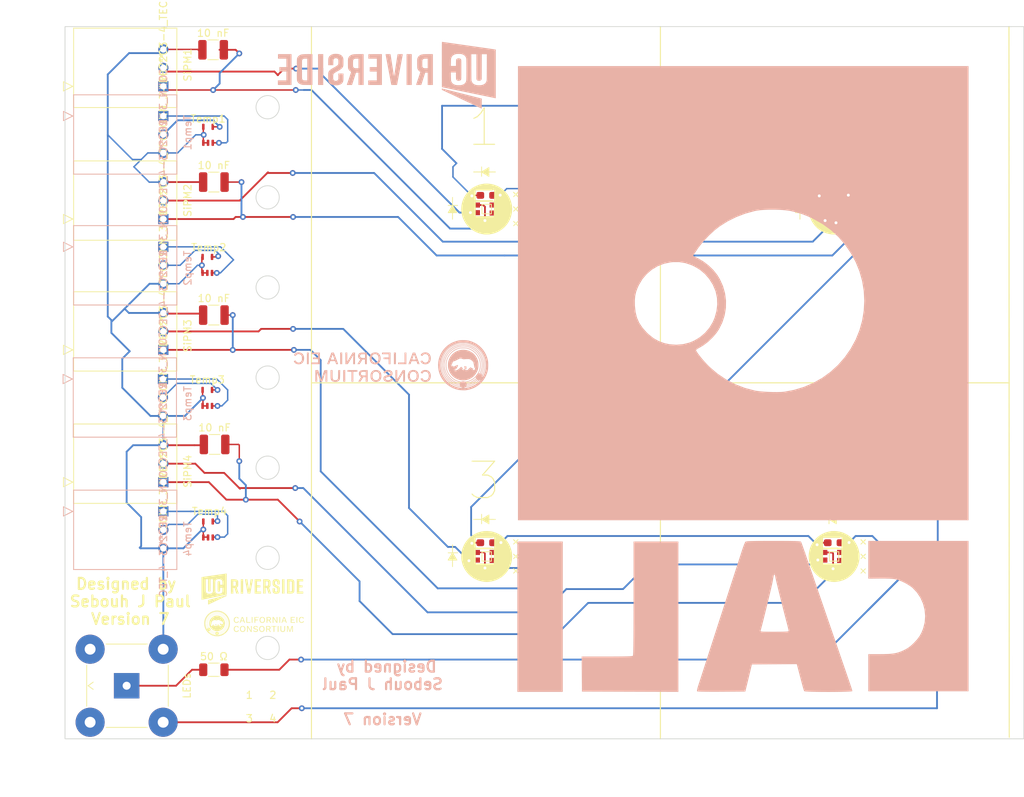
<source format=kicad_pcb>
(kicad_pcb (version 20211014) (generator pcbnew)
  (layers (0 "F.Cu" signal) (31 "B.Cu" signal) (34 "B.Paste" user) (35 "F.Paste" user) (36 "B.SilkS" user "B.Silkscreen") (37 "F.SilkS" user "F.Silkscreen") (38 "B.Mask" user) (39 "F.Mask" user) (44 "Edge.Cuts" user))
  (net 0 "")
  (footprint "Sensor:LM94021QBIMG-NOPB" (layer "F.Cu") (at 65.4 47.8)
    (fp_text reference "Temp1" (at 0 -2.2 unlocked) (layer "F.SilkS"))
    (fp_text value "LM94021QBIMG-NOPB")
    (pad "1" smd roundrect (at -0.65 1.1) (size 0.35 0.85) (layers "F.Cu" "F.Paste" "F.Mask"))
    (pad "2" smd roundrect (at 0 1.1) (size 0.35 0.85) (layers "F.Cu" "F.Paste" "F.Mask"))
    (pad "3" smd roundrect (at 0.65 1.1) (size 0.35 0.85) (layers "F.Cu" "F.Paste" "F.Mask"))
    (pad "4" smd roundrect (at 0.65 -1.1) (size 0.35 0.85) (layers "F.Cu" "F.Paste" "F.Mask"))
    (pad "5" smd roundrect (at -0.65 -1.1) (size 0.35 0.85) (layers "F.Cu" "F.Paste" "F.Mask"))
  )
  (footprint "Capacitor_SMD:C_1210_3225Metric" (layer "F.Cu") (at 66.1 36.1)
    (fp_text reference "10 nF" (at 0 -2.3) (layer "F.SilkS"))
    (fp_text value "C_1210_3225Metric")
    (pad "1" smd roundrect (at -1.475 0) (size 1.15 2.7) (layers "F.Cu" "F.Paste" "F.Mask") (roundrect_rratio 0.2173913043))
    (pad "2" smd roundrect (at 1.475 0) (size 1.15 2.7) (layers "F.Cu" "F.Paste" "F.Mask") (roundrect_rratio 0.2173913043))
  )
  (footprint "SiPM:S14160-1315PS_dimple_silkscreen_with_LED_copy" (layer "F.Cu") (at 151.54 105.81)
    (fp_text reference "REF**" hide)
    (fp_text value "S14160-3015PS")
    (pad "1" smd rect (at 0.7525 -0.55) (size 0.7 0.7) (layers "F.Cu" "F.Paste" "F.Mask"))
    (pad "1" smd roundrect (at -0.875 -1.885) (size 1.05 0.95) (layers "F.Cu" "F.Paste" "F.Mask"))
    (pad "2" smd roundrect (at 0.875 -1.885) (size 1.05 0.95) (layers "F.Cu" "F.Paste" "F.Mask"))
    (pad "2" smd rect (at -1.2725 -0.55) (size 0.7 0.7) (layers "F.Cu" "F.Paste" "F.Mask"))
    (pad "3" smd rect (at -1.2725 0.5) (size 0.7 0.7) (layers "F.Cu" "F.Paste" "F.Mask"))
    (pad "4" smd rect (at 0.7525 0.55) (size 0.7 0.7) (layers "F.Cu" "F.Paste" "F.Mask"))
  )
  (footprint "Sensor:LM94021QBIMG-NOPB" (layer "F.Cu") (at 65.3 65.7)
    (fp_text reference "Temp2" (at 0.2 -2.4 unlocked) (layer "F.SilkS"))
    (fp_text value "LM94021QBIMG-NOPB")
    (pad "1" smd roundrect (at -0.65 1.1) (size 0.35 0.85) (layers "F.Cu" "F.Paste" "F.Mask"))
    (pad "2" smd roundrect (at 0 1.1) (size 0.35 0.85) (layers "F.Cu" "F.Paste" "F.Mask"))
    (pad "3" smd roundrect (at 0.65 1.1) (size 0.35 0.85) (layers "F.Cu" "F.Paste" "F.Mask"))
    (pad "4" smd roundrect (at 0.65 -1.1) (size 0.35 0.85) (layers "F.Cu" "F.Paste" "F.Mask"))
    (pad "5" smd roundrect (at -0.65 -1.1) (size 0.35 0.85) (layers "F.Cu" "F.Paste" "F.Mask"))
  )
  (footprint "Resistor_SMD:R_1206_3216Metric" (layer "F.Cu") (at 66.2 121.4)
    (fp_text reference "50 Ω" (at 0 -1.82) (layer "F.SilkS"))
    (fp_text value "R_1206_3216Metric")
    (pad "1" smd roundrect (at -1.4625 0) (size 1.125 1.75) (layers "F.Cu" "F.Paste" "F.Mask") (roundrect_rratio 0.2222222222))
    (pad "2" smd roundrect (at 1.4625 0) (size 1.125 1.75) (layers "F.Cu" "F.Paste" "F.Mask") (roundrect_rratio 0.2222222222))
  )
  (footprint "SiPM:S14160-1315PS_dimple_silkscreen_with_LED_copy" (layer "F.Cu") (at 103.74 105.81)
    (fp_text reference "REF**" hide)
    (fp_text value "S14160-3015PS")
    (pad "1" smd rect (at 0.7525 -0.55) (size 0.7 0.7) (layers "F.Cu" "F.Paste" "F.Mask"))
    (pad "1" smd roundrect (at -0.875 -1.885) (size 1.05 0.95) (layers "F.Cu" "F.Paste" "F.Mask"))
    (pad "2" smd rect (at -1.2725 -0.55) (size 0.7 0.7) (layers "F.Cu" "F.Paste" "F.Mask"))
    (pad "2" smd roundrect (at 0.875 -1.885) (size 1.05 0.95) (layers "F.Cu" "F.Paste" "F.Mask"))
    (pad "3" smd rect (at -1.2725 0.5) (size 0.7 0.7) (layers "F.Cu" "F.Paste" "F.Mask"))
    (pad "4" smd rect (at 0.7525 0.55) (size 0.7 0.7) (layers "F.Cu" "F.Paste" "F.Mask"))
  )
  (footprint "Capacitor_SMD:C_1210_3225Metric" (layer "F.Cu") (at 66.3 90.4)
    (fp_text reference "10 nF" (at 0 -2.3) (layer "F.SilkS"))
    (fp_text value "C_1210_3225Metric")
    (pad "1" smd roundrect (at -1.475 0) (size 1.15 2.7) (layers "F.Cu" "F.Paste" "F.Mask") (roundrect_rratio 0.2173913043))
    (pad "2" smd roundrect (at 1.475 0) (size 1.15 2.7) (layers "F.Cu" "F.Paste" "F.Mask") (roundrect_rratio 0.2173913043))
  )
  (footprint "Sensor:LM94021QBIMG-NOPB" (layer "F.Cu") (at 65.3 84)
    (fp_text reference "Temp3" (at 0 -2.5 unlocked) (layer "F.SilkS"))
    (fp_text value "LM94021QBIMG-NOPB")
    (pad "1" smd roundrect (at -0.65 1.1) (size 0.35 0.85) (layers "F.Cu" "F.Paste" "F.Mask"))
    (pad "2" smd roundrect (at 0 1.1) (size 0.35 0.85) (layers "F.Cu" "F.Paste" "F.Mask"))
    (pad "3" smd roundrect (at 0.65 1.1) (size 0.35 0.85) (layers "F.Cu" "F.Paste" "F.Mask"))
    (pad "4" smd roundrect (at 0.65 -1.1) (size 0.35 0.85) (layers "F.Cu" "F.Paste" "F.Mask"))
    (pad "5" smd roundrect (at -0.65 -1.1) (size 0.35 0.85) (layers "F.Cu" "F.Paste" "F.Mask"))
  )
  (footprint "AMPMODU:3-102203-4" (layer "F.Cu") (at 59.2501 41.1275 90)
    (fp_text reference "REF**" (at 2.54 0 90) (layer "F.SilkS"))
    (fp_text value "CONN_3-102203-4_TEC" (at 2.54 0 90) (layer "F.SilkS"))
    (fp_text user "*" (at 0 0 90) (layer "F.SilkS"))
    (pad "1" thru_hole rect locked (at 0 0 90) (size 1.397 1.397) (drill 0.889) (layers *.Cu *.Mask))
    (pad "2" thru_hole circle locked (at 2.54 0 90) (size 1.397 1.397) (drill 0.889) (layers *.Cu *.Mask))
    (pad "3" thru_hole circle locked (at 5.08 0 90) (size 1.397 1.397) (drill 0.889) (layers *.Cu *.Mask))
  )
  (footprint "Connector_Coaxial:BNC_TEConnectivity_1478035_Horizontal" (layer "F.Cu") (at 54.2 123.6 90)
    (fp_text reference "LEDs" (at 0 8.3 90) (layer "F.SilkS"))
    (fp_text value "BNC_TEConnectivity_1478035_Horizontal")
    (pad "1" thru_hole rect (at 0 0 90) (size 3.5 3.5) (drill 1.1) (layers *.Cu *.Mask))
    (pad "2" thru_hole circle (at -5.025 5.025 90) (size 4 4) (drill 1.5) (layers *.Cu *.Mask))
    (pad "2" thru_hole circle (at 5.025 5.025 90) (size 4 4) (drill 1.5) (layers *.Cu *.Mask))
    (pad "2" thru_hole circle (at -5.025 -5.025 90) (size 4 4) (drill 1.5) (layers *.Cu *.Mask))
    (pad "2" thru_hole circle (at 5.025 -5.025 90) (size 4 4) (drill 1.5) (layers *.Cu *.Mask))
  )
  (footprint "Capacitor_SMD:C_1210_3225Metric" (layer "F.Cu") (at 66.2 72.6)
    (fp_text reference "10 nF" (at 0 -2.3) (layer "F.SilkS"))
    (fp_text value "C_1210_3225Metric")
    (pad "1" smd roundrect (at -1.475 0) (size 1.15 2.7) (layers "F.Cu" "F.Paste" "F.Mask") (roundrect_rratio 0.2173913043))
    (pad "2" smd roundrect (at 1.475 0) (size 1.15 2.7) (layers "F.Cu" "F.Paste" "F.Mask") (roundrect_rratio 0.2173913043))
  )
  (footprint "Sensor:LM94021QBIMG-NOPB" (layer "F.Cu") (at 65.4 102.1)
    (fp_text reference "Temp4" (at 0.2 -2.5 unlocked) (layer "F.SilkS"))
    (fp_text value "LM94021QBIMG-NOPB")
    (pad "1" smd roundrect (at -0.65 1.1) (size 0.35 0.85) (layers "F.Cu" "F.Paste" "F.Mask"))
    (pad "2" smd roundrect (at 0 1.1) (size 0.35 0.85) (layers "F.Cu" "F.Paste" "F.Mask"))
    (pad "3" smd roundrect (at 0.65 1.1) (size 0.35 0.85) (layers "F.Cu" "F.Paste" "F.Mask"))
    (pad "4" smd roundrect (at 0.65 -1.1) (size 0.35 0.85) (layers "F.Cu" "F.Paste" "F.Mask"))
    (pad "5" smd roundrect (at -0.65 -1.1) (size 0.35 0.85) (layers "F.Cu" "F.Paste" "F.Mask"))
  )
  (footprint "Capacitor_SMD:C_1210_3225Metric" (layer "F.Cu") (at 66.2 54.3)
    (fp_text reference "10 nF" (at 0 -2.3) (layer "F.SilkS"))
    (fp_text value "C_1210_3225Metric")
    (pad "1" smd roundrect (at -1.475 0) (size 1.15 2.7) (layers "F.Cu" "F.Paste" "F.Mask") (roundrect_rratio 0.2173913043))
    (pad "2" smd roundrect (at 1.475 0) (size 1.15 2.7) (layers "F.Cu" "F.Paste" "F.Mask") (roundrect_rratio 0.2173913043))
  )
  (footprint "AMPMODU:3-102203-4" (layer "F.Cu") (at 59.2501 95.5875 90)
    (fp_text reference "REF**" (at 2.54 0 90) (layer "F.SilkS"))
    (fp_text value "CONN_3-102203-4_TEC" (at 2.54 0 90) (layer "F.SilkS"))
    (fp_text user "*" (at 0 0 90) (layer "F.SilkS"))
    (pad "1" thru_hole rect locked (at 0 0 90) (size 1.397 1.397) (drill 0.889) (layers *.Cu *.Mask))
    (pad "2" thru_hole circle locked (at 2.54 0 90) (size 1.397 1.397) (drill 0.889) (layers *.Cu *.Mask))
    (pad "3" thru_hole circle locked (at 5.08 0 90) (size 1.397 1.397) (drill 0.889) (layers *.Cu *.Mask))
  )
  (footprint "SiPM:S14160-1315PS_dimple_silkscreen_with_LED_copy" (layer "F.Cu") (at 151.54 58.01)
    (fp_text reference "REF**" hide)
    (fp_text value "S14160-3015PS")
    (pad "1" smd rect (at 0.7525 -0.55) (size 0.7 0.7) (layers "F.Cu" "F.Paste" "F.Mask"))
    (pad "1" smd roundrect (at -0.875 -1.885) (size 1.05 0.95) (layers "F.Cu" "F.Paste" "F.Mask"))
    (pad "2" smd rect (at -1.2725 -0.55) (size 0.7 0.7) (layers "F.Cu" "F.Paste" "F.Mask"))
    (pad "2" smd roundrect (at 0.875 -1.885) (size 1.05 0.95) (layers "F.Cu" "F.Paste" "F.Mask"))
    (pad "3" smd rect (at -1.2725 0.5) (size 0.7 0.7) (layers "F.Cu" "F.Paste" "F.Mask"))
    (pad "4" smd rect (at 0.7525 0.55) (size 0.7 0.7) (layers "F.Cu" "F.Paste" "F.Mask"))
  )
  (footprint "Symbol:UCR_logo_1.4cm" (layer "F.Cu") (at 71.5 110.3)
    (fp_text reference "G***" hide)
    (fp_text value "LOGO" hide)
  )
  (footprint "Symbol:Consortium_logo_1pt4cm" (layer "F.Cu") (at 71.7 115.1)
    (fp_text reference "G***" hide)
    (fp_text value "LOGO" hide)
  )
  (footprint "AMPMODU:3-102203-4" (layer "F.Cu") (at 59.2501 77.3875 90)
    (fp_text reference "REF**" (at 2.54 0 90) (layer "F.SilkS"))
    (fp_text value "CONN_3-102203-4_TEC" (at 2.54 0 90) (layer "F.SilkS"))
    (fp_text user "*" (at 0 0 90) (layer "F.SilkS"))
    (pad "1" thru_hole rect locked (at 0 0 90) (size 1.397 1.397) (drill 0.889) (layers *.Cu *.Mask))
    (pad "2" thru_hole circle locked (at 2.54 0 90) (size 1.397 1.397) (drill 0.889) (layers *.Cu *.Mask))
    (pad "3" thru_hole circle locked (at 5.08 0 90) (size 1.397 1.397) (drill 0.889) (layers *.Cu *.Mask))
  )
  (footprint "AMPMODU:3-102203-4" (layer "F.Cu") (at 59.2501 59.3875 90)
    (fp_text reference "REF**" (at 2.54 0 90) (layer "F.SilkS"))
    (fp_text value "CONN_3-102203-4_TEC" (at 2.54 0 90) (layer "F.SilkS"))
    (fp_text user "*" (at 0 0 90) (layer "F.SilkS"))
    (pad "1" thru_hole rect locked (at 0 0 90) (size 1.397 1.397) (drill 0.889) (layers *.Cu *.Mask))
    (pad "2" thru_hole circle locked (at 2.54 0 90) (size 1.397 1.397) (drill 0.889) (layers *.Cu *.Mask))
    (pad "3" thru_hole circle locked (at 5.08 0 90) (size 1.397 1.397) (drill 0.889) (layers *.Cu *.Mask))
  )
  (footprint "SiPM:S14160-1315PS_dimple_silkscreen_with_LED_copy" (layer "F.Cu") (at 103.74 58.01)
    (fp_text reference "REF**" hide)
    (fp_text value "S14160-3015PS")
    (pad "1" smd roundrect (at -0.875 -1.885) (size 1.05 0.95) (layers "F.Cu" "F.Paste" "F.Mask"))
    (pad "1" smd rect (at 0.7525 -0.55) (size 0.7 0.7) (layers "F.Cu" "F.Paste" "F.Mask"))
    (pad "2" smd rect (at -1.2725 -0.55) (size 0.7 0.7) (layers "F.Cu" "F.Paste" "F.Mask"))
    (pad "2" smd roundrect (at 0.875 -1.885) (size 1.05 0.95) (layers "F.Cu" "F.Paste" "F.Mask"))
    (pad "3" smd rect (at -1.2725 0.5) (size 0.7 0.7) (layers "F.Cu" "F.Paste" "F.Mask"))
    (pad "4" smd rect (at 0.7525 0.55) (size 0.7 0.7) (layers "F.Cu" "F.Paste" "F.Mask"))
  )
  (footprint "Symbol:CALI_logo_7pt5cm" (layer "B.Cu") (at 138.715975 82.24706 180)
    (fp_text reference "G***" hide)
    (fp_text value "LOGO" hide)
  )
  (footprint "AMPMODU:3-102203-4" (layer "B.Cu") (at 59.2501 99.6125 -90)
    (fp_text reference "REF**" (at 2.54 0 90) (layer "B.SilkS") (effects (justify mirror)))
    (fp_text value "CONN_3-102203-4_TEC" (at 2.54 0 90) (layer "B.SilkS") (effects (justify mirror)))
    (fp_text user "*" (at 0 0 90) (layer "B.SilkS") (effects (justify mirror)))
    (pad "1" thru_hole rect locked (at 0 0 270) (size 1.397 1.397) (drill 0.889) (layers *.Cu *.Mask))
    (pad "2" thru_hole circle locked (at 2.54 0 270) (size 1.397 1.397) (drill 0.889) (layers *.Cu *.Mask))
    (pad "3" thru_hole circle locked (at 5.08 0 270) (size 1.397 1.397) (drill 0.889) (layers *.Cu *.Mask))
  )
  (footprint "Symbol:consortium_logo_3cm" (layer "B.Cu") (at 90.9 79.426467 180)
    (fp_text reference "G***" hide)
    (fp_text value "LOGO" hide)
  )
  (footprint "AMPMODU:3-102203-4" (layer "B.Cu") (at 59.2501 63.2125 -90)
    (fp_text reference "REF**" (at 2.54 0 90) (layer "B.SilkS") (effects (justify mirror)))
    (fp_text value "CONN_3-102203-4_TEC" (at 2.54 0 90) (layer "B.SilkS") (effects (justify mirror)))
    (fp_text user "*" (at 0 0 90) (layer "B.SilkS") (effects (justify mirror)))
    (pad "1" thru_hole rect locked (at 0 0 270) (size 1.397 1.397) (drill 0.889) (layers *.Cu *.Mask))
    (pad "2" thru_hole circle locked (at 2.54 0 270) (size 1.397 1.397) (drill 0.889) (layers *.Cu *.Mask))
    (pad "3" thru_hole circle locked (at 5.08 0 270) (size 1.397 1.397) (drill 0.889) (layers *.Cu *.Mask))
  )
  (footprint "AMPMODU:3-102203-4" (layer "B.Cu") (at 59.2 81.4 -90)
    (fp_text reference "REF**" (at 2.54 0 90) (layer "B.SilkS") (effects (justify mirror)))
    (fp_text value "CONN_3-102203-4_TEC" (at 2.54 0 90) (layer "B.SilkS") (effects (justify mirror)))
    (fp_text user "*" (at 0 0 90) (layer "B.SilkS") (effects (justify mirror)))
    (pad "1" thru_hole rect locked (at 0 0 270) (size 1.397 1.397) (drill 0.889) (layers *.Cu *.Mask))
    (pad "2" thru_hole circle locked (at 2.54 0 270) (size 1.397 1.397) (drill 0.889) (layers *.Cu *.Mask))
    (pad "3" thru_hole circle locked (at 5.08 0 270) (size 1.397 1.397) (drill 0.889) (layers *.Cu *.Mask))
  )
  (footprint "Symbol:UCR_Logo_3cm" (layer "B.Cu") (at 90 39.6 180)
    (fp_text reference "G***" hide)
    (fp_text value "LOGO" hide)
  )
  (footprint "AMPMODU:3-102203-4" (layer "B.Cu") (at 59.2501 45.2125 -90)
    (fp_text reference "REF**" (at 2.54 0 90) (layer "B.SilkS") (effects (justify mirror)))
    (fp_text value "CONN_3-102203-4_TEC" (at 2.54 0 90) (layer "B.SilkS") (effects (justify mirror)))
    (fp_text user "*" (at 0 0 90) (layer "B.SilkS") (effects (justify mirror)))
    (pad "1" thru_hole rect locked (at 0 0 270) (size 1.397 1.397) (drill 0.889) (layers *.Cu *.Mask))
    (pad "2" thru_hole circle locked (at 2.54 0 270) (size 1.397 1.397) (drill 0.889) (layers *.Cu *.Mask))
    (pad "3" thru_hole circle locked (at 5.08 0 270) (size 1.397 1.397) (drill 0.889) (layers *.Cu *.Mask))
  )
  (gr_line (start 79.63 32.92) (end 79.63 130.91) (layer "F.SilkS") (width 0.15))
  (gr_line (start 175.6 32.9) (end 175.64 130.7) (layer "F.SilkS") (width 0.15))
  (gr_line (start 79.63 81.92) (end 175.64 81.92) (layer "F.SilkS") (width 0.15))
  (gr_line (start 127.64 130.9) (end 127.64 32.91) (layer "F.SilkS") (width 0.15))
  (gr_circle (center 73.6 118.4) (end 75.2 118.4) (layer "Edge.Cuts") (width 0.1) (fill none))
  (gr_circle (center 73.6 56.4) (end 75.2 56.4) (layer "Edge.Cuts") (width 0.1) (fill none))
  (gr_rect (start 45.72 32.91) (end 177.64 130.9) (layer "Edge.Cuts") (width 0.1) (fill none))
  (gr_circle (center 73.6 68.8) (end 75.2 68.8) (layer "Edge.Cuts") (width 0.1) (fill none))
  (gr_circle (center 73.6 81.2) (end 75.2 81.2) (layer "Edge.Cuts") (width 0.1) (fill none))
  (gr_circle (center 73.6 106) (end 75.2 106) (layer "Edge.Cuts") (width 0.1) (fill none))
  (gr_circle (center 73.6 44) (end 75.2 44) (layer "Edge.Cuts") (width 0.1) (fill none))
  (gr_circle (center 73.6 93.6) (end 75.2 93.6) (layer "Edge.Cuts") (width 0.1) (fill none))
  (gr_text "Temp4" (at 62.6 103.4 90) (layer "B.SilkS") (effects (font (size 1 1)) (justify mirror)))
  (gr_text "Designed by \nSebouh J Paul\n\nVersion 7" (at 89.4 124.6) (layer "B.SilkS") (effects (font (size 1.5 1.5) (thickness 0.3)) (justify mirror)))
  (gr_text "Temp2" (at 62.6 66.142855 90) (layer "B.SilkS") (effects (font (size 1 1)) (justify mirror)))
  (gr_text "Temp1" (at 62.6 47.514285 90) (layer "B.SilkS") (effects (font (size 1 1)) (justify mirror)))
  (gr_text "Temp3" (at 62.6 84.771425 90) (layer "B.SilkS") (effects (font (size 1 1)) (justify mirror)))
  (gr_text "SiPM3" (at 62.6 75.45714 90) (layer "F.SilkS") (effects (font (size 1 1))))
  (gr_text "3" (at 103.4 95.4) (layer "F.SilkS") (effects (font (size 5 5))))
  (gr_text "4" (at 151 95.3) (layer "F.SilkS") (effects (font (size 5 5))))
  (gr_text "2" (at 151.7 46.2) (layer "F.SilkS") (effects (font (size 5 5))))
  (gr_text "1" (at 103.4 46.8) (layer "F.SilkS") (effects (font (size 5 5))))
  (gr_text "SiPM1" (at 62.6 38.2 90) (layer "F.SilkS") (effects (font (size 1 1))))
  (gr_text "Designed by \nSebouh J Paul\nVersion 7\n" (at 54.7 112) (layer "F.SilkS") (effects (font (size 1.5 1.5) (thickness 0.3))))
  (gr_text "1   2\n\n3   4" (at 72.7 126.5) (layer "F.SilkS") (effects (font (size 1 1))))
  (gr_text "SiPM2" (at 62.6 56.82857 90) (layer "F.SilkS") (effects (font (size 1 1))))
  (gr_text "SiPM4" (at 62.6 94.08571 90) (layer "F.SilkS") (effects (font (size 1 1))))
  (segment (start 63.2 121.4) (end 64.7375 121.4) (width 0.25) (layer "F.Cu") (net 0))
  (segment (start 153.5 56.1) (end 152.44 56.1) (width 0.25) (layer "F.Cu") (net 0))
  (segment (start 153.6 103.9) (end 152.44 103.9) (width 0.25) (layer "F.Cu") (net 0))
  (segment (start 69.7 96.4) (end 77.4 96.4) (width 0.25) (layer "F.Cu") (net 0))
  (segment (start 64.65 82.9) (end 64.65 83.95) (width 0.2) (layer "F.Cu") (net 0))
  (segment (start 152.44 103.9) (end 152.415 103.925) (width 0.25) (layer "F.Cu") (net 0))
  (segment (start 74.537506 39.097506) (end 75.03 39.59) (width 0.25) (layer "F.Cu") (net 0))
  (segment (start 66.05 46.7) (end 67.2 46.7) (width 0.2) (layer "F.Cu") (net 0))
  (segment (start 64.75 48.9) (end 65.4 48.9) (width 0.2) (layer "F.Cu") (net 0))
  (segment (start 151.8 59.9) (end 151.3 59.4) (width 0.2) (layer "F.Cu") (net 0))
  (segment (start 103.5 59.6) (end 103.5 57.7) (width 0.25) (layer "F.Cu") (net 0))
  (segment (start 64.7 84) (end 64.7 85.05) (width 0.2) (layer "F.Cu") (net 0))
  (segment (start 149.575 56.125) (end 150.665 56.125) (width 0.2) (layer "F.Cu") (net 0))
  (segment (start 76.6 120) (end 78.2 120) (width 0.25) (layer "F.Cu") (net 0))
  (segment (start 74.97 39.59) (end 75.87 38.69) (width 0.25) (layer "F.Cu") (net 0))
  (segment (start 150.2575 106.3) (end 150.4 106.4425) (width 0.25) (layer "F.Cu") (net 0))
  (segment (start 101.7 104) (end 101.775 103.925) (width 0.25) (layer "F.Cu") (net 0))
  (segment (start 72.7 74.5) (end 72.3525 74.8475) (width 0.25) (layer "F.Cu") (net 0))
  (segment (start 63.9725 36.0475) (end 64.525 36.6) (width 0.2) (layer "F.Cu") (net 0))
  (segment (start 54.2 123.6) (end 61 123.6) (width 0.25) (layer "F.Cu") (net 0))
  (segment (start 150.2675 57.46) (end 151.16 57.46) (width 0.2) (layer "F.Cu") (net 0))
  (segment (start 64.7 85.05) (end 64.65 85.1) (width 0.2) (layer "F.Cu") (net 0))
  (segment (start 69.7 92.7) (end 69.7 90.5) (width 0.2) (layer "F.Cu") (net 0))
  (segment (start 78 101) (end 75 98) (width 0.25) (layer "F.Cu") (net 0))
  (segment (start 151.16 57.46) (end 151.3 57.6) (width 0.2) (layer "F.Cu") (net 0))
  (segment (start 64.65 85.1) (end 65.3 85.1) (width 0.2) (layer "F.Cu") (net 0))
  (segment (start 64.6 72.4) (end 59.3426 72.4) (width 0.25) (layer "F.Cu") (net 0))
  (segment (start 65.95 82.9) (end 66.7 82.9) (width 0.2) (layer "F.Cu") (net 0))
  (segment (start 63.525 90.5075) (end 59.2501 90.5075) (width 0.25) (layer "F.Cu") (net 0))
  (segment (start 73.55 53.05) (end 73.65 52.95) (width 0.25) (layer "F.Cu") (net 0))
  (segment (start 59.2501 54.3075) (end 59.2576 54.3) (width 0.25) (layer "F.Cu") (net 0))
  (segment (start 69.2 59.1) (end 77.1 59.1) (width 0.25) (layer "F.Cu") (net 0))
  (segment (start 105.7 103.9) (end 104.64 103.9) (width 0.25) (layer "F.Cu") (net 0))
  (segment (start 64.7175 90.5075) (end 64.825 90.4) (width 0.25) (layer "F.Cu") (net 0))
  (segment (start 103.49 105.4) (end 103.49 107.39) (width 0.25) (layer "F.Cu") (net 0))
  (segment (start 69.7 96.4) (end 69.8 96.5) (width 0.25) (layer "F.Cu") (net 0))
  (segment (start 103.35 105.26) (end 102.4675 105.26) (width 0.2) (layer "F.Cu") (net 0))
  (segment (start 69.6 90.4) (end 69.7 90.5) (width 0.2) (layer "F.Cu") (net 0))
  (segment (start 65.85 64.6) (end 66.7 64.6) (width 0.2) (layer "F.Cu") (net 0))
  (segment (start 151.3 59.4) (end 151.3 57.6) (width 0.2) (layer "F.Cu") (net 0))
  (segment (start 59.3426 72.4) (end 59.2501 72.3075) (width 0.25) (layer "F.Cu") (net 0))
  (segment (start 65.5125 95.5875) (end 59.2501 95.5875) (width 0.25) (layer "F.Cu") (net 0))
  (segment (start 65.85 66.8) (end 66.6 66.8) (width 0.2) (layer "F.Cu") (net 0))
  (segment (start 66.05 100.95) (end 66.7 100.95) (width 0.2) (layer "F.Cu") (net 0))
  (segment (start 64.55 66.8) (end 65.2 66.8) (width 0.2) (layer "F.Cu") (net 0))
  (segment (start 63.525 90.5075) (end 64.7175 90.5075) (width 0.25) (layer "F.Cu") (net 0))
  (segment (start 59.2501 56.8475) (end 69.7525 56.8475) (width 0.25) (layer "F.Cu") (net 0))
  (segment (start 67.613497 94.313497) (end 69.7 96.4) (width 0.25) (layer "F.Cu") (net 0))
  (segment (start 66.05 48.9) (end 67.2 48.9) (width 0.2) (layer "F.Cu") (net 0))
  (segment (start 64.913497 94.313497) (end 67.613497 94.313497) (width 0.25) (layer "F.Cu") (net 0))
  (segment (start 75.87 38.69) (end 77.51 38.69) (width 0.25) (layer "F.Cu") (net 0))
  (segment (start 67.925 98) (end 65.5125 95.5875) (width 0.25) (layer "F.Cu") (net 0))
  (segment (start 101.5 58.5) (end 102.4575 58.5) (width 0.25) (layer "F.Cu") (net 0))
  (segment (start 151.26 105.26) (end 150.2675 105.26) (width 0.25) (layer "F.Cu") (net 0))
  (segment (start 67.675 72.6) (end 67.475 72.4) (width 0.2) (layer "F.Cu") (net 0))
  (segment (start 74.975 128.625) (end 59.225 128.625) (width 0.25) (layer "F.Cu") (net 0))
  (segment (start 69.2 36.1) (end 66.975 36.1) (width 0.25) (layer "F.Cu") (net 0))
  (segment (start 64.725 54.3) (end 64.525 54.1) (width 0.25) (layer "F.Cu") (net 0))
  (segment (start 103.49 105.4) (end 103.35 105.26) (width 0.2) (layer "F.Cu") (net 0))
  (segment (start 101.775 56.125) (end 101.7 56.2) (width 0.2) (layer "F.Cu") (net 0))
  (segment (start 64.75 101.95) (end 64.75 103) (width 0.2) (layer "F.Cu") (net 0))
  (segment (start 66.7 64.6) (end 66.8 64.5) (width 0.2) (layer "F.Cu") (net 0))
  (segment (start 63.6475 93.0475) (end 64.913497 94.313497) (width 0.25) (layer "F.Cu") (net 0))
  (segment (start 150.3 58.5425) (end 150.2675 58.51) (width 0.25) (layer "F.Cu") (net 0))
  (segment (start 59.2501 77.3875) (end 77.2125 77.3875) (width 0.25) (layer "F.Cu") (net 0))
  (segment (start 103.49 107.39) (end 103.5 107.4) (width 0.25) (layer "F.Cu") (net 0))
  (segment (start 151.4 105.4) (end 151.26 105.26) (width 0.25) (layer "F.Cu") (net 0))
  (segment (start 75.2 121.4) (end 76.6 120) (width 0.25) (layer "F.Cu") (net 0))
  (segment (start 64.75 47) (end 64.75 48.9) (width 0.2) (layer "F.Cu") (net 0))
  (segment (start 76.9 126.7) (end 74.975 128.625) (width 0.25) (layer "F.Cu") (net 0))
  (segment (start 68.8 72.6) (end 67.675 72.6) (width 0.2) (layer "F.Cu") (net 0))
  (segment (start 67.775 90.4) (end 69.6 90.4) (width 0.2) (layer "F.Cu") (net 0))
  (segment (start 59.2576 54.3) (end 64.725 54.3) (width 0.25) (layer "F.Cu") (net 0))
  (segment (start 75 98) (end 70.6 98) (width 0.25) (layer "F.Cu") (net 0))
  (segment (start 102.4575 58.5) (end 102.4675 58.51) (width 0.25) (layer "F.Cu") (net 0))
  (segment (start 149.5 56.2) (end 149.575 56.125) (width 0.2) (layer "F.Cu") (net 0))
  (segment (start 59.2701 41.63) (end 77.47 41.63) (width 0.2) (layer "F.Cu") (net 0))
  (segment (start 65.4 103.15) (end 64.75 103.15) (width 0.2) (layer "F.Cu") (net 0))
  (segment (start 104.64 56.1) (end 104.615 56.125) (width 0.2) (layer "F.Cu") (net 0))
  (segment (start 149.2 104.2) (end 149.475 103.925) (width 0.25) (layer "F.Cu") (net 0))
  (segment (start 64.55 64.6) (end 64.55 65.75) (width 0.2) (layer "F.Cu") (net 0))
  (segment (start 64.75 100.8) (end 64.75 101.95) (width 0.2) (layer "F.Cu") (net 0))
  (segment (start 104.64 103.9) (end 104.615 103.925) (width 0.25) (layer "F.Cu") (net 0))
  (segment (start 59.2501 58.8499) (end 59.7877 59.3875) (width 0.25) (layer "F.Cu") (net 0))
  (segment (start 101.39 106.31) (end 102.4675 106.31) (width 0.2) (layer "F.Cu") (net 0))
  (segment (start 151.4 107.5) (end 151.4 105.4) (width 0.25) (layer "F.Cu") (net 0))
  (segment (start 103.26 57.46) (end 102.4675 57.46) (width 0.25) (layer "F.Cu") (net 0))
  (segment (start 149.3 106.3) (end 150.2575 106.3) (width 0.25) (layer "F.Cu") (net 0))
  (segment (start 69.7 36.6) (end 69.2 36.1) (width 0.25) (layer "F.Cu") (net 0))
  (segment (start 59.2701 39.097506) (end 74.537506 39.097506) (width 0.25) (layer "F.Cu") (net 0))
  (segment (start 61 123.6) (end 63.2 121.4) (width 0.25) (layer "F.Cu") (net 0))
  (segment (start 150.3 59.6) (end 150.3 58.5425) (width 0.25) (layer "F.Cu") (net 0))
  (segment (start 149.475 103.925) (end 150.665 103.925) (width 0.25) (layer "F.Cu") (net 0))
  (segment (start 59.2501 93.0475) (end 63.6475 93.0475) (width 0.25) (layer "F.Cu") (net 0))
  (segment (start 101.775 103.925) (end 102.865 103.925) (width 0.25) (layer "F.Cu") (net 0))
  (segment (start 77.1 74.5) (end 72.7 74.5) (width 0.25) (layer "F.Cu") (net 0))
  (segment (start 152.44 56.1) (end 152.415 56.125) (width 0.25) (layer "F.Cu") (net 0))
  (segment (start 64.725 72.275) (end 64.6 72.4) (width 0.25) (layer "F.Cu") (net 0))
  (segment (start 66.05 103.15) (end 66.7 103.15) (width 0.2) (layer "F.Cu") (net 0))
  (segment (start 59.2501 36.0475) (end 63.9725 36.0475) (width 0.2) (layer "F.Cu") (net 0))
  (segment (start 101.3 106.4) (end 101.39 106.31) (width 0.2) (layer "F.Cu") (net 0))
  (segment (start 67.6625 121.4) (end 75.2 121.4) (width 0.25) (layer "F.Cu") (net 0))
  (segment (start 59.7877 59.3875) (end 68.9125 59.3875) (width 0.25) (layer "F.Cu") (net 0))
  (segment (start 64.55 65.75) (end 64.55 66.8) (width 0.2) (layer "F.Cu") (net 0))
  (segment (start 72.3525 74.8475) (end 59.2501 74.8475) (width 0.25) (layer "F.Cu") (net 0))
  (segment (start 105.6 56.1) (end 104.64 56.1) (width 0.2) (layer "F.Cu") (net 0))
  (segment (start 68.9125 59.3875) (end 69.2 59.1) (width 0.25) (layer "F.Cu") (net 0))
  (segment (start 70.6 98) (end 67.925 98) (width 0.25) (layer "F.Cu") (net 0))
  (segment (start 103.5 57.7) (end 103.26 57.46) (width 0.25) (layer "F.Cu") (net 0))
  (segment (start 73.55 53.05) (end 77.05 53.05) (width 0.25) (layer "F.Cu") (net 0))
  (segment (start 64.65 83.95) (end 64.7 84) (width 0.2) (layer "F.Cu") (net 0))
  (segment (start 70 54.3) (end 67.675 54.3) (width 0.2) (layer "F.Cu") (net 0))
  (segment (start 69.7525 56.8475) (end 73.55 53.05) (width 0.25) (layer "F.Cu") (net 0))
  (segment (start 102.865 56.125) (end 101.775 56.125) (width 0.2) (layer "F.Cu") (net 0))
  (segment (start 78.3 126.7) (end 76.9 126.7) (width 0.25) (layer "F.Cu") (net 0))
  (segment (start 65.95 85.1) (end 66.7 85.1) (width 0.2) (layer "F.Cu") (net 0))
  (via (at 70 54.3) (size 0.8) (drill 0.4) (layers "F.Cu" "B.Cu") (net 0))
  (via (at 70.2 59.1) (size 0.8) (drill 0.4) (layers "F.Cu" "B.Cu") (net 0))
  (via (at 78.3 126.7) (size 0.8) (drill 0.4) (layers "F.Cu" "B.Cu") (net 0))
  (via (at 64.55 65.75) (size 0.8) (drill 0.4) (layers "F.Cu" "B.Cu") (net 0))
  (via (at 149.3 106.3) (size 0.8) (drill 0.4) (layers "F.Cu" "B.Cu") (net 0))
  (via (at 66.9 48.9) (size 0.8) (drill 0.4) (layers "F.Cu" "B.Cu") (net 0))
  (via (at 77.4 96.4) (size 0.8) (drill 0.4) (layers "F.Cu" "B.Cu") (net 0))
  (via (at 101.7 104) (size 0.8) (drill 0.4) (layers "F.Cu" "B.Cu") (net 0))
  (via (at 101.7 56.2) (size 0.8) (drill 0.4) (layers "F.Cu" "B.Cu") (net 0))
  (via (at 66.7 100.95) (size 0.8) (drill 0.4) (layers "F.Cu" "B.Cu") (net 0))
  (via (at 66.8 64.5) (size 0.8) (drill 0.4) (layers "F.Cu" "B.Cu") (net 0))
  (via (at 77.1 59.1) (size 0.8) (drill 0.4) (layers "F.Cu" "B.Cu") (net 0))
  (via (at 78 101) (size 0.8) (drill 0.4) (layers "F.Cu" "B.Cu") (net 0))
  (via (at 101.5 58.5) (size 0.8) (drill 0.4) (layers "F.Cu" "B.Cu") (net 0))
  (via (at 151.8 59.9) (size 0.8) (drill 0.4) (layers "F.Cu" "B.Cu") (net 0))
  (via (at 66.6 66.8) (size 0.8) (drill 0.4) (layers "F.Cu" "B.Cu") (net 0))
  (via (at 66.1 41.637506) (size 0.8) (drill 0.4) (layers "F.Cu" "B.Cu") (net 0))
  (via (at 149.2 104.2) (size 0.8) (drill 0.4) (layers "F.Cu" "B.Cu") (net 0))
  (via (at 103.5 59.6) (size 0.8) (drill 0.4) (layers "F.Cu" "B.Cu") (net 0))
  (via (at 77.2125 77.3875) (size 0.8) (drill 0.4) (layers "F.Cu" "B.Cu") (net 0))
  (via (at 77.51 38.69) (size 0.8) (drill 0.4) (layers "F.Cu" "B.Cu") (net 0))
  (via (at 153.6 103.9) (size 0.8) (drill 0.4) (layers "F.Cu" "B.Cu") (net 0))
  (via (at 150.3 59.6) (size 0.8) (drill 0.4) (layers "F.Cu" "B.Cu") (net 0))
  (via (at 77.47 41.63) (size 0.8) (drill 0.4) (layers "F.Cu" "B.Cu") (net 0))
  (via (at 69.7 92.7) (size 0.8) (drill 0.4) (layers "F.Cu" "B.Cu") (net 0))
  (via (at 77.1 74.5) (size 0.8) (drill 0.4) (layers "F.Cu" "B.Cu") (net 0))
  (via (at 68.8 77.4) (size 0.8) (drill 0.4) (layers "F.Cu" "B.Cu") (net 0))
  (via (at 66.7 85.1) (size 0.8) (drill 0.4) (layers "F.Cu" "B.Cu") (net 0))
  (via (at 69.7 36.6) (size 0.8) (drill 0.4) (layers "F.Cu" "B.Cu") (net 0))
  (via (at 66.7 82.9) (size 0.8) (drill 0.4) (layers "F.Cu" "B.Cu") (net 0))
  (via (at 153.5 56.1) (size 0.8) (drill 0.4) (layers "F.Cu" "B.Cu") (net 0))
  (via (at 64.8 47.8) (size 0.8) (drill 0.4) (layers "F.Cu" "B.Cu") (net 0))
  (via (at 68.8 72.6) (size 0.8) (drill 0.4) (layers "F.Cu" "B.Cu") (net 0))
  (via (at 105.7 103.9) (size 0.8) (drill 0.4) (layers "F.Cu" "B.Cu") (net 0))
  (via (at 64.7 84) (size 0.8) (drill 0.4) (layers "F.Cu" "B.Cu") (net 0))
  (via (at 149.5 56.2) (size 0.8) (drill 0.4) (layers "F.Cu" "B.Cu") (net 0))
  (via (at 70.6 98) (size 0.8) (drill 0.4) (layers "F.Cu" "B.Cu") (net 0))
  (via (at 67 46.7) (size 0.8) (drill 0.4) (layers "F.Cu" "B.Cu") (net 0))
  (via (at 66.7 103.15) (size 0.8) (drill 0.4) (layers "F.Cu" "B.Cu") (net 0))
  (via (at 101.3 106.4) (size 0.8) (drill 0.4) (layers "F.Cu" "B.Cu") (net 0))
  (via (at 105.6 56.1) (size 0.8) (drill 0.4) (layers "F.Cu" "B.Cu") (net 0))
  (via (at 77.05 53.05) (size 0.8) (drill 0.4) (layers "F.Cu" "B.Cu") (net 0))
  (via (at 103.5 107.4) (size 0.8) (drill 0.4) (layers "F.Cu" "B.Cu") (net 0))
  (via (at 64.75 102.1) (size 0.8) (drill 0.4) (layers "F.Cu" "B.Cu") (net 0))
  (via (at 151.4 107.5) (size 0.8) (drill 0.4) (layers "F.Cu" "B.Cu") (net 0))
  (via (at 78.2 120) (size 0.8) (drill 0.4) (layers "F.Cu" "B.Cu") (net 0))
  (segment (start 150.3 60.8) (end 148.6 62.5) (width 0.25) (layer "B.Cu") (net 0))
  (segment (start 66.2 45.8) (end 61.2026 45.8) (width 0.25) (layer "B.Cu") (net 0))
  (segment (start 157 44.6) (end 165.8 53.4) (width 0.25) (layer "B.Cu") (net 0))
  (segment (start 62.22 86.48) (end 64.7 84) (width 0.25) (layer "B.Cu") (net 0))
  (segment (start 59.2 86.48) (end 57.48 86.48) (width 0.25) (layer "B.Cu") (net 0))
  (segment (start 113.4 116.5) (end 90.8 116.5) (width 0.25) (layer "B.Cu") (net 0))
  (segment (start 62.6 101.4) (end 64 100) (width 0.2) (layer "B.Cu") (net 0))
  (segment (start 59.2501 45.2125) (end 67.6125 45.2125) (width 0.2) (layer "B.Cu") (net 0))
  (segment (start 61.14 82) (end 65.8 82) (width 0.2) (layer "B.Cu") (net 0))
  (segment (start 103.5 59.6) (end 102.4 60.7) (width 0.25) (layer "B.Cu") (net 0))
  (segment (start 51.6 39.49) (end 54.532494 36.557506) (width 0.25) (layer "B.Cu") (net 0))
  (segment (start 68.8 77.4) (end 68.8 72.6) (width 0.25) (layer "B.Cu") (net 0))
  (segment (start 99.1 53.6) (end 99.1 52.2) (width 0.2) (layer "B.Cu") (net 0))
  (segment (start 112 88.6) (end 101.6 99) (width 0.25) (layer "B.Cu") (net 0))
  (segment (start 59.2501 50.2925) (end 61.2075 50.2925) (width 0.2) (layer "B.Cu") (net 0))
  (segment (start 62.9875 99.6125) (end 67.5125 99.6125) (width 0.2) (layer "B.Cu") (net 0))
  (segment (start 57.3075 54.3075) (end 59.2501 54.3075) (width 0.2) (layer "B.Cu") (net 0))
  (segment (start 59.2501 104.6925) (end 59.2501 118.5499) (width 0.25) (layer "B.Cu") (net 0))
  (segment (start 149.4 120) (end 161.2 108.2) (width 0.25) (layer "B.Cu") (net 0))
  (segment (start 111.5 113.5) (end 95.6 113.5) (width 0.25) (layer "B.Cu") (net 0))
  (segment (start 153.5 56.1) (end 155.7 56.1) (width 0.25) (layer "B.Cu") (net 0))
  (segment (start 66.2 45.9) (end 67 46.7) (width 0.25) (layer "B.Cu") (net 0))
  (segment (start 106.5 55.2) (end 105.6 56.1) (width 0.2) (layer "B.Cu") (net 0))
  (segment (start 70 54.3) (end 70 58.9) (width 0.25) (layer "B.Cu") (net 0))
  (segment (start 112.2 110.2) (end 97 110.2) (width 0.25) (layer "B.Cu") (net 0))
  (segment (start 81.11 38.69) (end 77.51 38.69) (width 0.25) (layer "B.Cu") (net 0))
  (segment (start 153.6 103.9) (end 154.5 103) (width 0.25) (layer "B.Cu") (net 0))
  (segment (start 111.6 107.4) (end 112.8 108.6) (width 0.25) (layer "B.Cu") (net 0))
  (segment (start 147.2 112.2) (end 117.7 112.2) (width 0.25) (layer "B.Cu") (net 0))
  (segment (start 96.85 64.4) (end 106.2 64.4) (width 0.25) (layer "B.Cu") (net 0))
  (segment (start 98.4 104.5) (end 99.4 104.5) (width 0.25) (layer "B.Cu") (net 0))
  (segment (start 93.05 99.15) (end 98.4 104.5) (width 0.25) (layer "B.Cu") (net 0))
  (segment (start 59.2 83.94) (end 61.14 82) (width 0.2) (layer "B.Cu") (net 0))
  (segment (start 148.6 62.5) (end 97.7 62.5) (width 0.25) (layer "B.Cu") (net 0))
  (segment (start 77.1 59.1) (end 91.55 59.1) (width 0.25) (layer "B.Cu") (net 0))
  (segment (start 56 104.6) (end 56.0925 104.6925) (width 0.25) (layer "B.Cu") (net 0))
  (segment (start 78.5 96.4) (end 77.4 96.4) (width 0.25) (layer "B.Cu") (net 0))
  (segment (start 54.5075 72.3075) (end 59.2501 72.3075) (width 0.25) (layer "B.Cu") (net 0))
  (segment (start 70.6 96) (end 70.6 98) (width 0.25) (layer "B.Cu") (net 0))
  (segment (start 51.6 72.8) (end 51.6 47.8) (width 0.25) (layer "B.Cu") (net 0))
  (segment (start 153.1 61.2) (end 153.1 62.6) (width 0.2) (layer "B.Cu") (net 0))
  (segment (start 158.8 59.8) (end 130 88.6) (width 0.25) (layer "B.Cu") (net 0))
  (segment (start 150.3 59.6) (end 150.3 60.8) (width 0.25) (layer "B.Cu") (net 0))
  (segment (start 103.5 107.4) (end 111.6 107.4) (width 0.25) (layer "B.Cu") (net 0))
  (segment (start 155.7 56.1) (end 158.8 59.2) (width 0.25) (layer "B.Cu") (net 0))
  (segment (start 93.05 83.55) (end 84 74.5) (width 0.25) (layer "B.Cu") (net 0))
  (segment (start 67.5125 99.6125) (end 68.1 100.2) (width 0.2) (layer "B.Cu") (net 0))
  (segment (start 62.0075 104.6925) (end 64.75 101.95) (width 0.25) (layer "B.Cu") (net 0))
  (segment (start 149.5 56.2) (end 148.5 55.2) (width 0.2) (layer "B.Cu") (net 0))
  (segment (start 106.2 64.4) (end 151.3 64.4) (width 0.25) (layer "B.Cu") (net 0))
  (segment (start 114.7 110.3) (end 111.5 113.5) (width 0.25) (layer "B.Cu") (net 0))
  (segment (start 52.1 73.3) (end 52.1 75.05) (width 0.25) (layer "B.Cu") (net 0))
  (segment (start 98.7 60.7) (end 79.63 41.63) (width 0.25) (layer "B.Cu") (net 0))
  (segment (start 165.7 126.7) (end 78.3 126.7) (width 0.25) (layer "B.Cu") (net 0))
  (segment (start 117.7 112.2) (end 113.4 116.5) (width 0.25) (layer "B.Cu") (net 0))
  (segment (start 61.4075 68.2925) (end 59.2501 68.2925) (width 0.2) (layer "B.Cu") (net 0))
  (segment (start 67.1125 63.2125) (end 59.2501 63.2125) (width 0.2) (layer "B.Cu") (net 0))
  (segment (start 59.2501 104.6925) (end 62.0075 104.6925) (width 0.25) (layer "B.Cu") (net 0))
  (segment (start 124.8 43.8) (end 97.6 43.8) (width 0.25) (layer "B.Cu") (net 0))
  (segment (start 67.65 103.15) (end 66.7 103.15) (width 0.2) (layer "B.Cu") (net 0))
  (segment (start 91.55 59.1) (end 96.85 64.4) (width 0.25) (layer "B.Cu") (net 0))
  (segment (start 102.4 60.7) (end 98.7 60.7) (width 0.25) (layer "B.Cu") (net 0))
  (segment (start 156.8 103) (end 161.6 107.8) (width 0.25) (layer "B.Cu") (net 0))
  (segment (start 66.8 64.1) (end 66.8 64.5) (width 0.2) (layer "B.Cu") (net 0))
  (segment (start 51.6 47.8) (end 51.6 39.49) (width 0.25) (layer "B.Cu") (net 0))
  (segment (start 101.6 99) (end 101.6 102.9) (width 0.25) (layer "B.Cu") (net 0))
  (segment (start 79.63 41.63) (end 78.57 41.63) (width 0.25) (layer "B.Cu") (net 0))
  (segment (start 158.8 59.2) (end 158.8 59.8) (width 0.25) (layer "B.Cu") (net 0))
  (segment (start 97.6 49.735) (end 99.5825 51.7175) (width 0.25) (layer "B.Cu") (net 0))
  (segment (start 165.8 115.6) (end 165.7 115.7) (width 0.25) (layer "B.Cu") (net 0))
  (segment (start 57.48 86.48) (end 53.6 82.6) (width 0.25) (layer "B.Cu") (net 0))
  (segment (start 54.7325 70.9075) (end 57.3475 68.2925) (width 0.25) (layer "B.Cu") (net 0))
  (segment (start 66.6 66.8) (end 67.1 66.8) (width 0.2) (layer "B.Cu") (net 0))
  (segment (start 66.2 45.8) (end 66.2 45.9) (width 0.25) (layer "B.Cu") (net 0))
  (segment (start 66.4 63.7) (end 66.8 64.1) (width 0.2) (layer "B.Cu") (net 0))
  (segment (start 70 58.9) (end 70.2 59.1) (width 0.25) (layer "B.Cu") (net 0))
  (segment (start 125.2 43.8) (end 124.8 43.8) (width 0.25) (layer "B.Cu") (net 0))
  (segment (start 81.11 39.61) (end 81.11 38.69) (width 0.25) (layer "B.Cu") (net 0))
  (segment (start 69.7 36.6) (end 67 39.3) (width 0.25) (layer "B.Cu") (net 0))
  (segment (start 106.6 103) (end 148 103) (width 0.25) (layer "B.Cu") (net 0))
  (segment (start 56.2 100.4) (end 56.2 104.4) (width 0.25) (layer "B.Cu") (net 0))
  (segment (start 63.6 63.7) (end 66.4 63.7) (width 0.2) (layer "B.Cu") (net 0))
  (segment (start 62.9875 99.6125) (end 63.1125 99.6125) (width 0.2) (layer "B.Cu") (net 0))
  (segment (start 151.4 108) (end 147.2 112.2) (width 0.25) (layer "B.Cu") (net 0))
  (segment (start 148 103) (end 149.2 104.2) (width 0.25) (layer "B.Cu") (net 0))
  (segment (start 148.5 55.2) (end 106.5 55.2) (width 0.2) (layer "B.Cu") (net 0))
  (segment (start 59.2501 65.7525) (end 61.5475 65.7525) (width 0.2) (layer "B.Cu") (net 0))
  (segment (start 124.8 43.8) (end 125.6 44.6) (width 0.25) (layer "B.Cu") (net 0))
  (segment (start 97.7 62.5) (end 88.25 53.05) (width 0.25) (layer "B.Cu") (net 0))
  (segment (start 54.2 91.4) (end 54.2 98.4) (width 0.25) (layer "B.Cu") (net 0))
  (segment (start 61.2075 50.2925) (end 63.7 47.8) (width 0.2) (layer "B.Cu") (net 0))
  (segment (start 90.8 116.5) (end 86.25 111.95) (width 0.25) (layer "B.Cu") (net 0))
  (segment (start 100 58.5) (end 81.11 39.61) (width 0.25) (layer "B.Cu") (net 0))
  (segment (start 66.7 85.1) (end 67.3 85.1) (width 0.2) (layer "B.Cu") (net 0))
  (segment (start 77.47 41.63) (end 78.57 41.63) (width 0.2) (layer "B.Cu") (net 0))
  (segment (start 69.7 92.7) (end 69.7 95.1) (width 0.25) (layer "B.Cu") (net 0))
  (segment (start 122.5 110.3) (end 114.7 110.3) (width 0.25) (layer "B.Cu") (net 0))
  (segment (start 64 100) (end 66.5 100) (width 0.2) (layer "B.Cu") (net 0))
  (segment (start 59.2501 99.6125) (end 62.9875 99.6125) (width 0.2) (layer "B.Cu") (net 0))
  (segment (start 56.2 51.2) (end 55.2 52.2) (width 0.2) (layer "B.Cu") (net 0))
  (segment (start 95.6 113.5) (end 78.5 96.4) (width 0.25) (layer "B.Cu") (net 0))
  (segment (start 67.3 85.1) (end 68.1 84.3) (width 0.2) (layer "B.Cu") (net 0))
  (segment (start 101.7 56.2) (end 99.1 53.6) (width 0.2) (layer "B.Cu") (net 0))
  (segment (start 112.8 109.6) (end 112.2 110.2) (width 0.25) (layer "B.Cu") (net 0))
  (segment (start 59.2501 50.2925) (end 57.1075 50.2925) (width 0.2) (layer "B.Cu") (net 0))
  (segment (start 59.2501 90.5075) (end 59.2501 86.5301) (width 0.25) (layer "B.Cu") (net 0))
  (segment (start 86.25 109.25) (end 78 101) (width 0.25) (layer "B.Cu") (net 0))
  (segment (start 151.3 64.4) (end 153.1 62.6) (width 0.25) (layer "B.Cu") (net 0))
  (segment (start 101.5 58.5) (end 100 58.5) (width 0.25) (layer "B.Cu") (net 0))
  (segment (start 130 88.6) (end 112 88.6) (width 0.25) (layer "B.Cu") (net 0))
  (segment (start 64.55 65.75) (end 63.95 65.75) (width 0.2) (layer "B.Cu") (net 0))
  (segment (start 59.2501 102.1525) (end 60.0026 101.4) (width 0.2) (layer "B.Cu") (net 0))
  (segment (start 68.1 84.3) (end 68.1 82.9) (width 0.2) (layer "B.Cu") (net 0))
  (segment (start 105.7 103.9) (end 106.6 103) (width 0.25) (layer "B.Cu") (net 0))
  (segment (start 59.2501 118.5499) (end 59.225 118.575) (width 0.25) (layer "B.Cu") (net 0))
  (segment (start 151.8 59.9) (end 153.1 61.2) (width 0.2) (layer "B.Cu") (net 0))
  (segment (start 165.8 53.4) (end 165.8 115.6) (width 0.25) (layer "B.Cu") (net 0))
  (segment (start 84 74.5) (end 77.1 74.5) (width 0.25) (layer "B.Cu") (net 0))
  (segment (start 149.3 106.3) (end 148.69 106.91) (width 0.25) (layer "B.Cu") (net 0))
  (segment (start 67.1 66.8) (end 68.9 65) (width 0.2) (layer "B.Cu") (net 0))
  (segment (start 67.9 48.9) (end 66.9 48.9) (width 0.2) (layer "B.Cu") (net 0))
  (segment (start 125.6 44.6) (end 157 44.6) (width 0.25) (layer "B.Cu") (net 0))
  (segment (start 67.6125 45.2125) (end 68.1 45.7) (width 0.2) (layer "B.Cu") (net 0))
  (segment (start 88.25 53.05) (end 77.05 53.05) (width 0.25) (layer "B.Cu") (net 0))
  (segment (start 151.4 107.5) (end 151.4 108) (width 0.25) (layer "B.Cu") (net 0))
  (segment (start 63.95 65.75) (end 61.4075 68.2925) (width 0.2) (layer "B.Cu") (net 0))
  (segment (start 56.2 51.2) (end 55 51.2) (width 0.2) (layer "B.Cu") (net 0))
  (segment (start 125.89 106.91) (end 122.5 110.3) (width 0.25) (layer "B.Cu") (net 0))
  (segment (start 99.1 52.2) (end 99.5825 51.7175) (width 0.2) (layer "B.Cu") (net 0))
  (segment (start 53.92 71.72) (end 52.161068 73.478932) (width 0.25) (layer "B.Cu") (net 0))
  (segment (start 66.7 100.2) (end 66.7 100.95) (width 0.2) (layer "B.Cu") (net 0))
  (segment (start 59.2 86.48) (end 62.22 86.48) (width 0.25) (layer "B.Cu") (net 0))
  (segment (start 57.1075 50.2925) (end 56.2 51.2) (width 0.2) (layer "B.Cu") (net 0))
  (segment (start 60.0026 101.4) (end 62.6 101.4) (width 0.2) (layer "B.Cu") (net 0))
  (segment (start 59.2501 86.5301) (end 59.2 86.48) (width 0.25) (layer "B.Cu") (net 0))
  (segment (start 52.15 73.35) (end 52.1 73.3) (width 0.25) (layer "B.Cu") (net 0))
  (segment (start 55.0925 90.5075) (end 54.2 91.4) (width 0.25) (layer "B.Cu") (net 0))
  (segment (start 53.92 71.72) (end 54.5075 72.3075) (width 0.25) (layer "B.Cu") (net 0))
  (segment (start 52.1 75.05) (end 54.625 77.575) (width 0.25) (layer "B.Cu") (net 0))
  (segment (start 69.7 95.1) (end 70.6 96) (width 0.25) (layer "B.Cu") (net 0))
  (segment (start 80.9 94.1) (end 80.9 78.8) (width 0.25) (layer "B.Cu") (net 0))
  (segment (start 80.9 78.8) (end 79.4875 77.3875) (width 0.25) (layer "B.Cu") (net 0))
  (segment (start 66.6 81.4) (end 59.2 81.4) (width 0.2) (layer "B.Cu") (net 0))
  (segment (start 68.1 100.2) (end 68.1 102.7) (width 0.2) (layer "B.Cu") (net 0))
  (segment (start 61.2026 45.8) (end 59.2501 47.7525) (width 0.25) (layer "B.Cu") (net 0))
  (segment (start 68.1 48.7) (end 67.9 48.9) (width 0.2) (layer "B.Cu") (net 0))
  (segment (start 67 39.3) (end 67 40.737506) (width 0.25) (layer "B.Cu") (net 0))
  (segment (start 99.4 104.5) (end 101.3 106.4) (width 0.25) (layer "B.Cu") (net 0))
  (segment (start 68.9 65) (end 67.1125 63.2125) (width 0.2) (layer "B.Cu") (net 0))
  (segment (start 93.05 99.15) (end 93.05 83.55) (width 0.25) (layer "B.Cu") (net 0))
  (segment (start 79.4875 77.3875) (end 77.2125 77.3875) (width 0.25) (layer "B.Cu") (net 0))
  (segment (start 61.5475 65.7525) (end 63.6 63.7) (width 0.2) (layer "B.Cu") (net 0))
  (segment (start 86.25 111.95) (end 86.25 109.25) (width 0.25) (layer "B.Cu") (net 0))
  (segment (start 97.6 43.8) (end 97.6 49.735) (width 0.25) (layer "B.Cu") (net 0))
  (segment (start 63.7 47.8) (end 64.8 47.8) (width 0.2) (layer "B.Cu") (net 0))
  (segment (start 54.2 98.4) (end 56.2 100.4) (width 0.25) (layer "B.Cu") (net 0))
  (segment (start 53.6 78.6) (end 54.625 77.575) (width 0.25) (layer "B.Cu") (net 0))
  (segment (start 154.5 103) (end 156.8 103) (width 0.25) (layer "B.Cu") (net 0))
  (segment (start 101.7 104) (end 101.7 103) (width 0.25) (layer "B.Cu") (net 0))
  (segment (start 57.3475 68.2925) (end 59.2501 68.2925) (width 0.25) (layer "B.Cu") (net 0))
  (segment (start 112.8 108.6) (end 112.8 109.6) (width 0.25) (layer "B.Cu") (net 0))
  (segment (start 161.6 107.8) (end 156.2 113.2) (width 0.25) (layer "B.Cu") (net 0))
  (segment (start 53.6 82.6) (end 53.6 78.6) (width 0.25) (layer "B.Cu") (net 0))
  (segment (start 97 110.2) (end 80.9 94.1) (width 0.25) (layer "B.Cu") (net 0))
  (segment (start 66.5 100) (end 66.7 100.2) (width 0.2) (layer "B.Cu") (net 0))
  (segment (start 151.7 64) (end 153.1 62.6) (width 0.2) (layer "B.Cu") (net 0))
  (segment (start 54.7325 70.9075) (end 53.92 71.72) (width 0.25) (layer "B.Cu") (net 0))
  (segment (start 55 51.2) (end 51.6 47.8) (width 0.2) (layer "B.Cu") (net 0))
  (segment (start 52.1 73.3) (end 51.6 72.8) (width 0.25) (layer "B.Cu") (net 0))
  (segment (start 68.1 45.7) (end 68.1 48.7) (width 0.2) (layer "B.Cu") (net 0))
  (segment (start 68.1 82.9) (end 66.6 81.4) (width 0.2) (layer "B.Cu") (net 0))
  (segment (start 56.2 104.4) (end 56 104.6) (width 0.25) (layer "B.Cu") (net 0))
  (segment (start 78.2 120) (end 149.4 120) (width 0.25) (layer "B.Cu") (net 0))
  (segment (start 55.2 52.2) (end 57.3075 54.3075) (width 0.2) (layer "B.Cu") (net 0))
  (segment (start 59.2501 90.5075) (end 55.0925 90.5075) (width 0.25) (layer "B.Cu") (net 0))
  (segment (start 165.7 115.7) (end 165.7 126.7) (width 0.25) (layer "B.Cu") (net 0))
  (segment (start 65.8 82) (end 66.7 82.9) (width 0.2) (layer "B.Cu") (net 0))
  (segment (start 67 40.737506) (end 66.1 41.637506) (width 0.25) (layer "B.Cu") (net 0))
  (segment (start 54.532494 36.557506) (end 59.2701 36.557506) (width 0.25) (layer "B.Cu") (net 0))
  (segment (start 68.1 102.7) (end 67.65 103.15) (width 0.2) (layer "B.Cu") (net 0))
  (segment (start 56.0925 104.6925) (end 59.2501 104.6925) (width 0.25) (layer "B.Cu") (net 0))
  (segment (start 148.69 106.91) (end 125.89 106.91) (width 0.25) (layer "B.Cu") (net 0))
)
</source>
